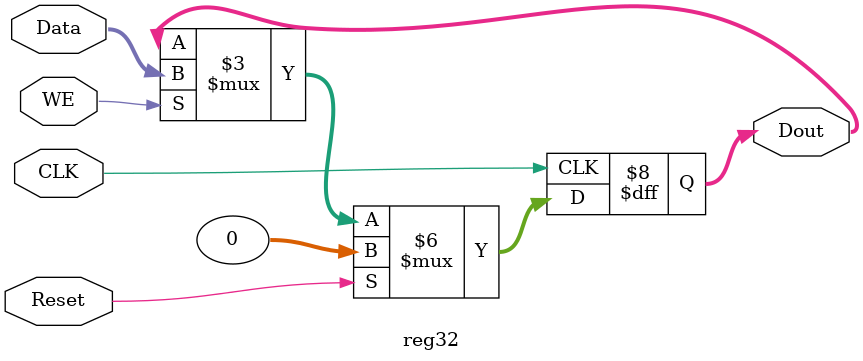
<source format=v>
`timescale 1ns / 1ps
module reg32(
    input CLK,
    input [31:0] Data,
    output reg [31:0] Dout,
    input WE,
	 input Reset
    );

always @(posedge CLK) begin
	if (Reset)
		Dout <= 32'h0000_0000;
	else if (WE)
		Dout <= Data;
	else
		Dout <= Dout;
end

endmodule

</source>
